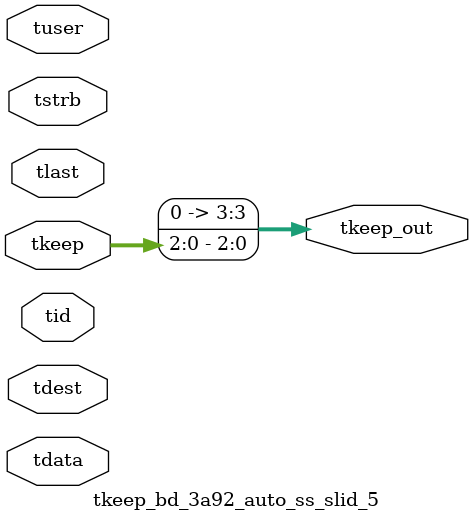
<source format=v>


`timescale 1ps/1ps

module tkeep_bd_3a92_auto_ss_slid_5 #
(
parameter C_S_AXIS_TDATA_WIDTH = 32,
parameter C_S_AXIS_TUSER_WIDTH = 0,
parameter C_S_AXIS_TID_WIDTH   = 0,
parameter C_S_AXIS_TDEST_WIDTH = 0,
parameter C_M_AXIS_TDATA_WIDTH = 32
)
(
input  [(C_S_AXIS_TDATA_WIDTH == 0 ? 1 : C_S_AXIS_TDATA_WIDTH)-1:0     ] tdata,
input  [(C_S_AXIS_TUSER_WIDTH == 0 ? 1 : C_S_AXIS_TUSER_WIDTH)-1:0     ] tuser,
input  [(C_S_AXIS_TID_WIDTH   == 0 ? 1 : C_S_AXIS_TID_WIDTH)-1:0       ] tid,
input  [(C_S_AXIS_TDEST_WIDTH == 0 ? 1 : C_S_AXIS_TDEST_WIDTH)-1:0     ] tdest,
input  [(C_S_AXIS_TDATA_WIDTH/8)-1:0 ] tkeep,
input  [(C_S_AXIS_TDATA_WIDTH/8)-1:0 ] tstrb,
input                                                                    tlast,
output [(C_M_AXIS_TDATA_WIDTH/8)-1:0 ] tkeep_out
);

assign tkeep_out = {tkeep[2:0]};

endmodule


</source>
